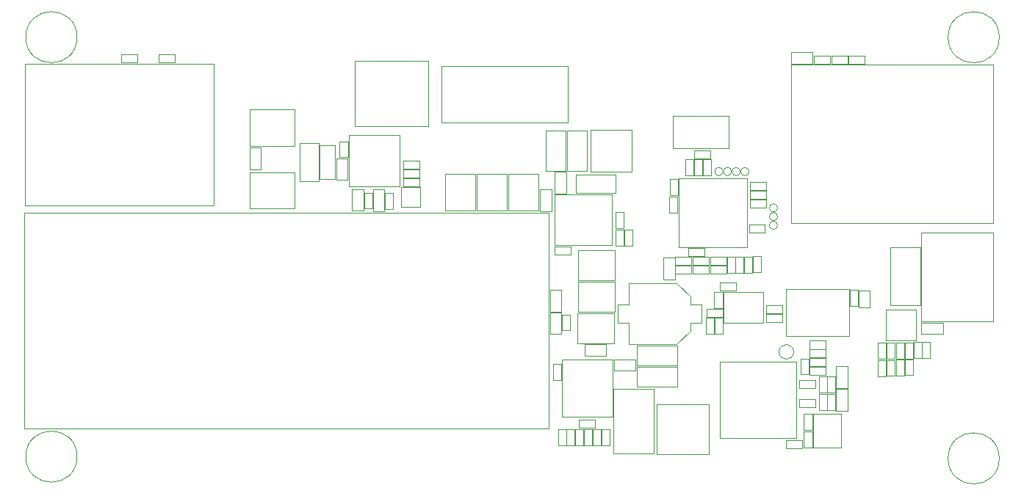
<source format=gbr>
%TF.GenerationSoftware,KiCad,Pcbnew,7.0.11+dfsg-1build4*%
%TF.CreationDate,2024-07-19T16:51:39+02:00*%
%TF.ProjectId,antmicro-poe-to-usbc-pd-adapter,616e746d-6963-4726-9f2d-706f652d746f,rev?*%
%TF.SameCoordinates,Original*%
%TF.FileFunction,Other,User*%
%FSLAX46Y46*%
G04 Gerber Fmt 4.6, Leading zero omitted, Abs format (unit mm)*
G04 Created by KiCad (PCBNEW 7.0.11+dfsg-1build4) date 2024-07-19 16:51:39 commit  9a9195e *
%MOMM*%
%LPD*%
G01*
G04 APERTURE LIST*
%ADD10C,0.050000*%
G04 APERTURE END LIST*
D10*
%TO.C,R42*%
X208901000Y-160684000D02*
X207051000Y-160684000D01*
X207051000Y-160684000D02*
X207051000Y-159744000D01*
X207051000Y-159744000D02*
X208901000Y-159744000D01*
X208901000Y-159744000D02*
X208901000Y-160684000D01*
%TO.C,REF\u002A\u002A*%
X240750000Y-177000000D02*
G75*
G03*
X234850000Y-177000000I-2950000J0D01*
G01*
X234850000Y-177000000D02*
G75*
G03*
X240750000Y-177000000I2950000J0D01*
G01*
%TO.C,U2*%
X196225000Y-165600000D02*
X190385000Y-165600000D01*
X190385000Y-165600000D02*
X190385000Y-172170000D01*
X190385000Y-172170000D02*
X196225000Y-172170000D01*
X196225000Y-172170000D02*
X196225000Y-165600000D01*
%TO.C,C35*%
X143875000Y-130330000D02*
X145725000Y-130330000D01*
X145725000Y-130330000D02*
X145725000Y-131270000D01*
X145725000Y-131270000D02*
X143875000Y-131270000D01*
X143875000Y-131270000D02*
X143875000Y-130330000D01*
%TO.C,R15*%
X191880000Y-175495000D02*
X192820000Y-175495000D01*
X192820000Y-175495000D02*
X192820000Y-173645000D01*
X192820000Y-173645000D02*
X191880000Y-173645000D01*
X191880000Y-173645000D02*
X191880000Y-175495000D01*
%TO.C,U6*%
X203801000Y-152597000D02*
X211701000Y-152597000D01*
X211701000Y-152597000D02*
X211701000Y-144697000D01*
X211701000Y-144697000D02*
X203801000Y-144697000D01*
X203801000Y-144697000D02*
X203801000Y-152597000D01*
%TO.C,C30*%
X220882000Y-169595000D02*
X219942000Y-169595000D01*
X219942000Y-169595000D02*
X219942000Y-171445000D01*
X219942000Y-171445000D02*
X220882000Y-171445000D01*
X220882000Y-171445000D02*
X220882000Y-169595000D01*
%TO.C,C18*%
X183991667Y-144210000D02*
X180491667Y-144210000D01*
X180491667Y-144210000D02*
X180491667Y-148410000D01*
X180491667Y-148410000D02*
X183991667Y-148410000D01*
X183991667Y-148410000D02*
X183991667Y-144210000D01*
%TO.C,C2*%
X190330000Y-162245000D02*
X191270000Y-162245000D01*
X191270000Y-162245000D02*
X191270000Y-160395000D01*
X191270000Y-160395000D02*
X190330000Y-160395000D01*
X190330000Y-160395000D02*
X190330000Y-162245000D01*
%TO.C,R50*%
X204580000Y-144344000D02*
X205520000Y-144344000D01*
X205520000Y-144344000D02*
X205520000Y-142494000D01*
X205520000Y-142494000D02*
X204580000Y-142494000D01*
X204580000Y-142494000D02*
X204580000Y-144344000D01*
%TO.C,C32*%
X223518000Y-159403000D02*
X224458000Y-159403000D01*
X224458000Y-159403000D02*
X224458000Y-157553000D01*
X224458000Y-157553000D02*
X223518000Y-157553000D01*
X223518000Y-157553000D02*
X223518000Y-159403000D01*
%TO.C,C19*%
X180358334Y-144210000D02*
X176858334Y-144210000D01*
X176858334Y-144210000D02*
X176858334Y-148410000D01*
X176858334Y-148410000D02*
X180358334Y-148410000D01*
X180358334Y-148410000D02*
X180358334Y-144210000D01*
%TO.C,R19*%
X219550000Y-171071000D02*
X217700000Y-171071000D01*
X217700000Y-171071000D02*
X217700000Y-170131000D01*
X217700000Y-170131000D02*
X219550000Y-170131000D01*
X219550000Y-170131000D02*
X219550000Y-171071000D01*
%TO.C,U5*%
X208562000Y-165850000D02*
X217362000Y-165850000D01*
X217362000Y-165850000D02*
X217362000Y-174650000D01*
X217362000Y-174650000D02*
X208562000Y-174650000D01*
X208562000Y-174650000D02*
X208562000Y-165850000D01*
%TO.C,TP8*%
X211899000Y-143899000D02*
G75*
G03*
X210949000Y-143899000I-475000J0D01*
G01*
X210949000Y-143899000D02*
G75*
G03*
X211899000Y-143899000I475000J0D01*
G01*
%TO.C,TP6*%
X215199000Y-149099000D02*
G75*
G03*
X214249000Y-149099000I-475000J0D01*
G01*
X214249000Y-149099000D02*
G75*
G03*
X215199000Y-149099000I475000J0D01*
G01*
%TO.C,C17*%
X187625000Y-144200000D02*
X184125000Y-144200000D01*
X184125000Y-144200000D02*
X184125000Y-148400000D01*
X184125000Y-148400000D02*
X187625000Y-148400000D01*
X187625000Y-148400000D02*
X187625000Y-144200000D01*
%TO.C,J2*%
X240010000Y-131567000D02*
X216770000Y-131567000D01*
X216770000Y-131567000D02*
X216770000Y-149811000D01*
X216770000Y-149811000D02*
X240010000Y-149811000D01*
X240010000Y-149811000D02*
X240010000Y-131567000D01*
%TO.C,TP3*%
X210899000Y-143899000D02*
G75*
G03*
X209949000Y-143899000I-475000J0D01*
G01*
X209949000Y-143899000D02*
G75*
G03*
X210899000Y-143899000I475000J0D01*
G01*
%TO.C,C36*%
X223245000Y-131470000D02*
X221395000Y-131470000D01*
X221395000Y-131470000D02*
X221395000Y-130530000D01*
X221395000Y-130530000D02*
X223245000Y-130530000D01*
X223245000Y-130530000D02*
X223245000Y-131470000D01*
%TO.C,C34*%
X203419000Y-154749000D02*
X205269000Y-154749000D01*
X205269000Y-154749000D02*
X205269000Y-155689000D01*
X205269000Y-155689000D02*
X203419000Y-155689000D01*
X203419000Y-155689000D02*
X203419000Y-154749000D01*
%TO.C,C21*%
X197445000Y-148575000D02*
X196505000Y-148575000D01*
X196505000Y-148575000D02*
X196505000Y-150425000D01*
X196505000Y-150425000D02*
X197445000Y-150425000D01*
X197445000Y-150425000D02*
X197445000Y-148575000D01*
%TO.C,R58*%
X213749000Y-150969000D02*
X211899000Y-150969000D01*
X211899000Y-150969000D02*
X211899000Y-150029000D01*
X211899000Y-150029000D02*
X213749000Y-150029000D01*
X213749000Y-150029000D02*
X213749000Y-150969000D01*
%TO.C,R55*%
X211999000Y-146129000D02*
X213849000Y-146129000D01*
X213849000Y-146129000D02*
X213849000Y-147069000D01*
X213849000Y-147069000D02*
X211999000Y-147069000D01*
X211999000Y-147069000D02*
X211999000Y-146129000D01*
%TO.C,R24*%
X191325000Y-153470000D02*
X189475000Y-153470000D01*
X189475000Y-153470000D02*
X189475000Y-152530000D01*
X189475000Y-152530000D02*
X191325000Y-152530000D01*
X191325000Y-152530000D02*
X191325000Y-153470000D01*
%TO.C,U1*%
X165750000Y-139690000D02*
X171650000Y-139690000D01*
X171650000Y-139690000D02*
X171650000Y-145590000D01*
X171650000Y-145590000D02*
X165750000Y-145590000D01*
X165750000Y-145590000D02*
X165750000Y-139690000D01*
%TO.C,R48*%
X225245000Y-131470000D02*
X223395000Y-131470000D01*
X223395000Y-131470000D02*
X223395000Y-130530000D01*
X223395000Y-130530000D02*
X225245000Y-130530000D01*
X225245000Y-130530000D02*
X225245000Y-131470000D01*
%TO.C,FB1*%
X234247000Y-162629000D02*
X231747000Y-162629000D01*
X231747000Y-162629000D02*
X231747000Y-161329000D01*
X231747000Y-161329000D02*
X234247000Y-161329000D01*
X234247000Y-161329000D02*
X234247000Y-162629000D01*
%TO.C,R16*%
X192880000Y-175495000D02*
X193820000Y-175495000D01*
X193820000Y-175495000D02*
X193820000Y-173645000D01*
X193820000Y-173645000D02*
X192880000Y-173645000D01*
X192880000Y-173645000D02*
X192880000Y-175495000D01*
%TO.C,C26*%
X207269000Y-155689000D02*
X205419000Y-155689000D01*
X205419000Y-155689000D02*
X205419000Y-154749000D01*
X205419000Y-154749000D02*
X207269000Y-154749000D01*
X207269000Y-154749000D02*
X207269000Y-155689000D01*
%TO.C,C5*%
X196414000Y-156450000D02*
X192214000Y-156450000D01*
X192214000Y-156450000D02*
X192214000Y-152950000D01*
X192214000Y-152950000D02*
X196414000Y-152950000D01*
X196414000Y-152950000D02*
X196414000Y-156450000D01*
%TO.C,R6*%
X169930000Y-148245000D02*
X170870000Y-148245000D01*
X170870000Y-148245000D02*
X170870000Y-146395000D01*
X170870000Y-146395000D02*
X169930000Y-146395000D01*
X169930000Y-146395000D02*
X169930000Y-148245000D01*
%TO.C,R60*%
X213895000Y-160328000D02*
X215745000Y-160328000D01*
X215745000Y-160328000D02*
X215745000Y-161268000D01*
X215745000Y-161268000D02*
X213895000Y-161268000D01*
X213895000Y-161268000D02*
X213895000Y-160328000D01*
%TO.C,R40*%
X229799000Y-165580000D02*
X228859000Y-165580000D01*
X228859000Y-165580000D02*
X228859000Y-167430000D01*
X228859000Y-167430000D02*
X229799000Y-167430000D01*
X229799000Y-167430000D02*
X229799000Y-165580000D01*
%TO.C,C20*%
X189125000Y-145950000D02*
X187825000Y-145950000D01*
X187825000Y-145950000D02*
X187825000Y-148450000D01*
X187825000Y-148450000D02*
X189125000Y-148450000D01*
X189125000Y-148450000D02*
X189125000Y-145950000D01*
%TO.C,R38*%
X229859000Y-165510000D02*
X230799000Y-165510000D01*
X230799000Y-165510000D02*
X230799000Y-163660000D01*
X230799000Y-163660000D02*
X229859000Y-163660000D01*
X229859000Y-163660000D02*
X229859000Y-165510000D01*
%TO.C,C29*%
X216187000Y-174870000D02*
X218037000Y-174870000D01*
X218037000Y-174870000D02*
X218037000Y-175810000D01*
X218037000Y-175810000D02*
X216187000Y-175810000D01*
X216187000Y-175810000D02*
X216187000Y-174870000D01*
%TO.C,REF\u002A\u002A*%
X134450000Y-176800000D02*
G75*
G03*
X128550000Y-176800000I-2950000J0D01*
G01*
X128550000Y-176800000D02*
G75*
G03*
X134450000Y-176800000I2950000J0D01*
G01*
%TO.C,C3*%
X196344000Y-163750000D02*
X192144000Y-163750000D01*
X192144000Y-163750000D02*
X192144000Y-160250000D01*
X192144000Y-160250000D02*
X196344000Y-160250000D01*
X196344000Y-160250000D02*
X196344000Y-163750000D01*
%TO.C,D6*%
X225788000Y-157598000D02*
X224588000Y-157598000D01*
X224588000Y-157598000D02*
X224588000Y-159598000D01*
X224588000Y-159598000D02*
X225788000Y-159598000D01*
X225788000Y-159598000D02*
X225788000Y-157598000D01*
%TO.C,TP2*%
X208899000Y-143899000D02*
G75*
G03*
X207949000Y-143899000I-475000J0D01*
G01*
X207949000Y-143899000D02*
G75*
G03*
X208899000Y-143899000I475000J0D01*
G01*
%TO.C,R9*%
X189330000Y-167925000D02*
X190270000Y-167925000D01*
X190270000Y-167925000D02*
X190270000Y-166075000D01*
X190270000Y-166075000D02*
X189330000Y-166075000D01*
X189330000Y-166075000D02*
X189330000Y-167925000D01*
%TO.C,L2*%
X193608334Y-143900000D02*
X198408334Y-143900000D01*
X198408334Y-143900000D02*
X198408334Y-139100000D01*
X198408334Y-139100000D02*
X193608334Y-139100000D01*
X193608334Y-139100000D02*
X193608334Y-143900000D01*
%TO.C,R46*%
X139575000Y-130330000D02*
X141425000Y-130330000D01*
X141425000Y-130330000D02*
X141425000Y-131270000D01*
X141425000Y-131270000D02*
X139575000Y-131270000D01*
X139575000Y-131270000D02*
X139575000Y-130330000D01*
%TO.C,D1*%
X159550000Y-136730000D02*
X154350000Y-136730000D01*
X154350000Y-136730000D02*
X154350000Y-140930000D01*
X154350000Y-140930000D02*
X159550000Y-140930000D01*
X159550000Y-140930000D02*
X159550000Y-136730000D01*
%TO.C,R2*%
X165670000Y-140415000D02*
X164730000Y-140415000D01*
X164730000Y-140415000D02*
X164730000Y-142265000D01*
X164730000Y-142265000D02*
X165670000Y-142265000D01*
X165670000Y-142265000D02*
X165670000Y-140415000D01*
%TO.C,R28*%
X209269000Y-154669000D02*
X207419000Y-154669000D01*
X207419000Y-154669000D02*
X207419000Y-153729000D01*
X207419000Y-153729000D02*
X209269000Y-153729000D01*
X209269000Y-153729000D02*
X209269000Y-154669000D01*
%TO.C,R37*%
X228859000Y-165510000D02*
X229799000Y-165510000D01*
X229799000Y-165510000D02*
X229799000Y-163660000D01*
X229799000Y-163660000D02*
X228859000Y-163660000D01*
X228859000Y-163660000D02*
X228859000Y-165510000D01*
%TO.C,REF\u002A\u002A*%
X240750000Y-128400000D02*
G75*
G03*
X234850000Y-128400000I-2950000J0D01*
G01*
X234850000Y-128400000D02*
G75*
G03*
X240750000Y-128400000I2950000J0D01*
G01*
%TO.C,C14*%
X220882000Y-167556000D02*
X219942000Y-167556000D01*
X219942000Y-167556000D02*
X219942000Y-169406000D01*
X219942000Y-169406000D02*
X220882000Y-169406000D01*
X220882000Y-169406000D02*
X220882000Y-167556000D01*
%TO.C,C8*%
X198850000Y-166850000D02*
X196350000Y-166850000D01*
X196350000Y-166850000D02*
X196350000Y-165550000D01*
X196350000Y-165550000D02*
X198850000Y-165550000D01*
X198850000Y-165550000D02*
X198850000Y-166850000D01*
%TO.C,C23*%
X190957334Y-143825000D02*
X193257334Y-143825000D01*
X193257334Y-143825000D02*
X193257334Y-139175000D01*
X193257334Y-139175000D02*
X190957334Y-139175000D01*
X190957334Y-139175000D02*
X190957334Y-143825000D01*
%TO.C,R45*%
X213294000Y-153694000D02*
X212354000Y-153694000D01*
X212354000Y-153694000D02*
X212354000Y-155544000D01*
X212354000Y-155544000D02*
X213294000Y-155544000D01*
X213294000Y-155544000D02*
X213294000Y-153694000D01*
%TO.C,C9*%
X198974000Y-163949000D02*
X203624000Y-163949000D01*
X203624000Y-163949000D02*
X203624000Y-166249000D01*
X203624000Y-166249000D02*
X198974000Y-166249000D01*
X198974000Y-166249000D02*
X198974000Y-163949000D01*
%TO.C,D4*%
X200900000Y-168998000D02*
X196300000Y-168998000D01*
X196300000Y-168998000D02*
X196300000Y-176400000D01*
X196300000Y-176400000D02*
X200900000Y-176400000D01*
X200900000Y-176400000D02*
X200900000Y-168998000D01*
%TO.C,REF\u002A\u002A*%
X134450000Y-128400000D02*
G75*
G03*
X128550000Y-128400000I-2950000J0D01*
G01*
X128550000Y-128400000D02*
G75*
G03*
X134450000Y-128400000I2950000J0D01*
G01*
%TO.C,Y1*%
X222511000Y-171834000D02*
X219312000Y-171834000D01*
X219312000Y-171834000D02*
X219312000Y-175747000D01*
X219312000Y-175747000D02*
X222511000Y-175747000D01*
X222511000Y-175747000D02*
X222511000Y-171834000D01*
%TO.C,C15*%
X213849000Y-148069000D02*
X211999000Y-148069000D01*
X211999000Y-148069000D02*
X211999000Y-147129000D01*
X211999000Y-147129000D02*
X213849000Y-147129000D01*
X213849000Y-147129000D02*
X213849000Y-148069000D01*
%TO.C,C13*%
X221882000Y-169575000D02*
X220942000Y-169575000D01*
X220942000Y-169575000D02*
X220942000Y-171425000D01*
X220942000Y-171425000D02*
X221882000Y-171425000D01*
X221882000Y-171425000D02*
X221882000Y-169575000D01*
%TO.C,R47*%
X219395000Y-130530000D02*
X221245000Y-130530000D01*
X221245000Y-130530000D02*
X221245000Y-131470000D01*
X221245000Y-131470000D02*
X219395000Y-131470000D01*
X219395000Y-131470000D02*
X219395000Y-130530000D01*
%TO.C,R11*%
X190250000Y-157550000D02*
X188950000Y-157550000D01*
X188950000Y-157550000D02*
X188950000Y-160050000D01*
X188950000Y-160050000D02*
X190250000Y-160050000D01*
X190250000Y-160050000D02*
X190250000Y-157550000D01*
%TO.C,R3*%
X202054000Y-156349000D02*
X203354000Y-156349000D01*
X203354000Y-156349000D02*
X203354000Y-153849000D01*
X203354000Y-153849000D02*
X202054000Y-153849000D01*
X202054000Y-153849000D02*
X202054000Y-156349000D01*
%TO.C,R1*%
X168550000Y-148470000D02*
X169850000Y-148470000D01*
X169850000Y-148470000D02*
X169850000Y-145970000D01*
X169850000Y-145970000D02*
X168550000Y-145970000D01*
X168550000Y-145970000D02*
X168550000Y-148470000D01*
%TO.C,C25*%
X205419000Y-153749000D02*
X207269000Y-153749000D01*
X207269000Y-153749000D02*
X207269000Y-154689000D01*
X207269000Y-154689000D02*
X205419000Y-154689000D01*
X205419000Y-154689000D02*
X205419000Y-153749000D01*
%TO.C,R21*%
X217855000Y-167326000D02*
X218795000Y-167326000D01*
X218795000Y-167326000D02*
X218795000Y-165476000D01*
X218795000Y-165476000D02*
X217855000Y-165476000D01*
X217855000Y-165476000D02*
X217855000Y-167326000D01*
%TO.C,R31*%
X211354000Y-155564000D02*
X212294000Y-155564000D01*
X212294000Y-155564000D02*
X212294000Y-153714000D01*
X212294000Y-153714000D02*
X211354000Y-153714000D01*
X211354000Y-153714000D02*
X211354000Y-155564000D01*
%TO.C,R26*%
X196530000Y-152445000D02*
X197470000Y-152445000D01*
X197470000Y-152445000D02*
X197470000Y-150595000D01*
X197470000Y-150595000D02*
X196530000Y-150595000D01*
X196530000Y-150595000D02*
X196530000Y-152445000D01*
%TO.C,TP7*%
X215199000Y-148099000D02*
G75*
G03*
X214249000Y-148099000I-475000J0D01*
G01*
X214249000Y-148099000D02*
G75*
G03*
X215199000Y-148099000I475000J0D01*
G01*
%TO.C,R34*%
X227759000Y-165510000D02*
X228699000Y-165510000D01*
X228699000Y-165510000D02*
X228699000Y-163660000D01*
X228699000Y-163660000D02*
X227759000Y-163660000D01*
X227759000Y-163660000D02*
X227759000Y-165510000D01*
%TO.C,R43*%
X207930000Y-162639000D02*
X208870000Y-162639000D01*
X208870000Y-162639000D02*
X208870000Y-160789000D01*
X208870000Y-160789000D02*
X207930000Y-160789000D01*
X207930000Y-160789000D02*
X207930000Y-162639000D01*
%TO.C,R36*%
X228699000Y-165640000D02*
X227759000Y-165640000D01*
X227759000Y-165640000D02*
X227759000Y-167490000D01*
X227759000Y-167490000D02*
X228699000Y-167490000D01*
X228699000Y-167490000D02*
X228699000Y-165640000D01*
%TO.C,C33*%
X205269000Y-154689000D02*
X203419000Y-154689000D01*
X203419000Y-154689000D02*
X203419000Y-153749000D01*
X203419000Y-153749000D02*
X205269000Y-153749000D01*
X205269000Y-153749000D02*
X205269000Y-154689000D01*
%TO.C,R25*%
X198470000Y-150595000D02*
X197530000Y-150595000D01*
X197530000Y-150595000D02*
X197530000Y-152445000D01*
X197530000Y-152445000D02*
X198470000Y-152445000D01*
X198470000Y-152445000D02*
X198470000Y-150595000D01*
%TO.C,R44*%
X205580000Y-144344000D02*
X206520000Y-144344000D01*
X206520000Y-144344000D02*
X206520000Y-142494000D01*
X206520000Y-142494000D02*
X205580000Y-142494000D01*
X205580000Y-142494000D02*
X205580000Y-144344000D01*
%TO.C,SW1*%
X209552000Y-141249000D02*
X203150000Y-141249000D01*
X203150000Y-141249000D02*
X203150000Y-137450000D01*
X203150000Y-137450000D02*
X209552000Y-137450000D01*
X209552000Y-137450000D02*
X209552000Y-141249000D01*
%TO.C,R10*%
X172095000Y-143678000D02*
X173945000Y-143678000D01*
X173945000Y-143678000D02*
X173945000Y-144618000D01*
X173945000Y-144618000D02*
X172095000Y-144618000D01*
X172095000Y-144618000D02*
X172095000Y-143678000D01*
%TO.C,C11*%
X221882000Y-167536000D02*
X220942000Y-167536000D01*
X220942000Y-167536000D02*
X220942000Y-169386000D01*
X220942000Y-169386000D02*
X221882000Y-169386000D01*
X221882000Y-169386000D02*
X221882000Y-167536000D01*
%TO.C,R64*%
X166150000Y-148410000D02*
X167450000Y-148410000D01*
X167450000Y-148410000D02*
X167450000Y-145910000D01*
X167450000Y-145910000D02*
X166150000Y-145910000D01*
X166150000Y-145910000D02*
X166150000Y-148410000D01*
%TO.C,C10*%
X198974000Y-166449000D02*
X203624000Y-166449000D01*
X203624000Y-166449000D02*
X203624000Y-168749000D01*
X203624000Y-168749000D02*
X198974000Y-168749000D01*
X198974000Y-168749000D02*
X198974000Y-166449000D01*
%TO.C,C39*%
X206390000Y-159250000D02*
X206390000Y-161350000D01*
X206390000Y-159250000D02*
X205150000Y-159250000D01*
X205150000Y-162275000D02*
X205150000Y-161350000D01*
X205150000Y-162275000D02*
X203575000Y-163850000D01*
X205150000Y-161350000D02*
X206390000Y-161350000D01*
X205150000Y-158325000D02*
X205150000Y-159250000D01*
X203575000Y-163850000D02*
X198050000Y-163850000D01*
X203575000Y-156750000D02*
X205150000Y-158325000D01*
X203575000Y-156750000D02*
X198050000Y-156750000D01*
X198050000Y-163850000D02*
X198050000Y-161350000D01*
X198050000Y-161350000D02*
X196810000Y-161350000D01*
X198050000Y-159250000D02*
X198050000Y-156750000D01*
X196810000Y-161350000D02*
X196810000Y-159250000D01*
X196810000Y-159250000D02*
X198050000Y-159250000D01*
%TO.C,Q1*%
X174020000Y-148008000D02*
X174020000Y-145698000D01*
X174020000Y-148008000D02*
X171800000Y-148008000D01*
X174020000Y-145698000D02*
X171800000Y-145698000D01*
X171800000Y-148008000D02*
X171800000Y-145698000D01*
%TO.C,D5*%
X196483334Y-146350000D02*
X191933334Y-146350000D01*
X191933334Y-146350000D02*
X191933334Y-144250000D01*
X191933334Y-144250000D02*
X196483334Y-144250000D01*
X196483334Y-144250000D02*
X196483334Y-146350000D01*
%TO.C,J1*%
X150234000Y-131503000D02*
X128435000Y-131503000D01*
X128435000Y-131503000D02*
X128435000Y-147803000D01*
X128435000Y-147803000D02*
X150234000Y-147803000D01*
X150234000Y-147803000D02*
X150234000Y-131503000D01*
%TO.C,C1*%
X162400000Y-140850000D02*
X164200000Y-140850000D01*
X164200000Y-140850000D02*
X164200000Y-144750000D01*
X164200000Y-144750000D02*
X162400000Y-144750000D01*
X162400000Y-144750000D02*
X162400000Y-140850000D01*
%TO.C,R59*%
X205625000Y-141429000D02*
X207475000Y-141429000D01*
X207475000Y-141429000D02*
X207475000Y-142369000D01*
X207475000Y-142369000D02*
X205625000Y-142369000D01*
X205625000Y-142369000D02*
X205625000Y-141429000D01*
%TO.C,D3*%
X160100000Y-140600000D02*
X162300000Y-140600000D01*
X162300000Y-145010000D02*
X162300000Y-140600000D01*
X162300000Y-145010000D02*
X160100000Y-145010000D01*
X160100000Y-145010000D02*
X160100000Y-140600000D01*
%TO.C,C4*%
X196414000Y-160100000D02*
X192214000Y-160100000D01*
X192214000Y-160100000D02*
X192214000Y-156600000D01*
X192214000Y-156600000D02*
X196414000Y-156600000D01*
X196414000Y-156600000D02*
X196414000Y-160100000D01*
%TO.C,U7*%
X189525000Y-146575000D02*
X196095000Y-146575000D01*
X196095000Y-146575000D02*
X196095000Y-152415000D01*
X196095000Y-152415000D02*
X189525000Y-152415000D01*
X189525000Y-152415000D02*
X189525000Y-146575000D01*
%TO.C,C31*%
X218242000Y-175725000D02*
X219182000Y-175725000D01*
X219182000Y-175725000D02*
X219182000Y-173875000D01*
X219182000Y-173875000D02*
X218242000Y-173875000D01*
X218242000Y-173875000D02*
X218242000Y-175725000D01*
%TO.C,R20*%
X219550000Y-168910000D02*
X217700000Y-168910000D01*
X217700000Y-168910000D02*
X217700000Y-167970000D01*
X217700000Y-167970000D02*
X219550000Y-167970000D01*
X219550000Y-167970000D02*
X219550000Y-168910000D01*
%TO.C,R49*%
X164350000Y-144890000D02*
X165650000Y-144890000D01*
X165650000Y-144890000D02*
X165650000Y-142390000D01*
X165650000Y-142390000D02*
X164350000Y-142390000D01*
X164350000Y-142390000D02*
X164350000Y-144890000D01*
%TO.C,C28*%
X209354000Y-155564000D02*
X210294000Y-155564000D01*
X210294000Y-155564000D02*
X210294000Y-153714000D01*
X210294000Y-153714000D02*
X209354000Y-153714000D01*
X209354000Y-153714000D02*
X209354000Y-155564000D01*
%TO.C,R14*%
X190880000Y-175495000D02*
X191820000Y-175495000D01*
X191820000Y-175495000D02*
X191820000Y-173645000D01*
X191820000Y-173645000D02*
X190880000Y-173645000D01*
X190880000Y-173645000D02*
X190880000Y-175495000D01*
%TO.C,C40*%
X208846000Y-157789000D02*
X207906000Y-157789000D01*
X207906000Y-157789000D02*
X207906000Y-159639000D01*
X207906000Y-159639000D02*
X208846000Y-159639000D01*
X208846000Y-159639000D02*
X208846000Y-157789000D01*
%TO.C,C37*%
X154350000Y-143650000D02*
X155650000Y-143650000D01*
X155650000Y-143650000D02*
X155650000Y-141150000D01*
X155650000Y-141150000D02*
X154350000Y-141150000D01*
X154350000Y-141150000D02*
X154350000Y-143650000D01*
%TO.C,R35*%
X226759000Y-167530000D02*
X227699000Y-167530000D01*
X227699000Y-167530000D02*
X227699000Y-165680000D01*
X227699000Y-165680000D02*
X226759000Y-165680000D01*
X226759000Y-165680000D02*
X226759000Y-167530000D01*
%TO.C,R63*%
X203694000Y-144774000D02*
X202754000Y-144774000D01*
X202754000Y-144774000D02*
X202754000Y-146624000D01*
X202754000Y-146624000D02*
X203694000Y-146624000D01*
X203694000Y-146624000D02*
X203694000Y-144774000D01*
%TO.C,R30*%
X210354000Y-155564000D02*
X211294000Y-155564000D01*
X211294000Y-155564000D02*
X211294000Y-153714000D01*
X211294000Y-153714000D02*
X210354000Y-153714000D01*
X210354000Y-153714000D02*
X210354000Y-155564000D01*
%TO.C,R51*%
X231859000Y-165410000D02*
X232799000Y-165410000D01*
X232799000Y-165410000D02*
X232799000Y-163560000D01*
X232799000Y-163560000D02*
X231859000Y-163560000D01*
X231859000Y-163560000D02*
X231859000Y-165410000D01*
%TO.C,U8*%
X213576000Y-161394000D02*
X208976000Y-161394000D01*
X208976000Y-161394000D02*
X208976000Y-157794000D01*
X208976000Y-157794000D02*
X213576000Y-157794000D01*
X213576000Y-157794000D02*
X213576000Y-161394000D01*
%TO.C,R17*%
X193880000Y-175495000D02*
X194820000Y-175495000D01*
X194820000Y-175495000D02*
X194820000Y-173645000D01*
X194820000Y-173645000D02*
X193880000Y-173645000D01*
X193880000Y-173645000D02*
X193880000Y-175495000D01*
%TO.C,R33*%
X226759000Y-165510000D02*
X227699000Y-165510000D01*
X227699000Y-165510000D02*
X227699000Y-163660000D01*
X227699000Y-163660000D02*
X226759000Y-163660000D01*
X226759000Y-163660000D02*
X226759000Y-165510000D01*
%TO.C,R61*%
X213895000Y-159328000D02*
X215745000Y-159328000D01*
X215745000Y-159328000D02*
X215745000Y-160268000D01*
X215745000Y-160268000D02*
X213895000Y-160268000D01*
X213895000Y-160268000D02*
X213895000Y-159328000D01*
%TO.C,C24*%
X188457334Y-143825000D02*
X190757334Y-143825000D01*
X190757334Y-143825000D02*
X190757334Y-139175000D01*
X190757334Y-139175000D02*
X188457334Y-139175000D01*
X188457334Y-139175000D02*
X188457334Y-143825000D01*
%TO.C,U3*%
X227679000Y-163365000D02*
X231179000Y-163365000D01*
X231179000Y-163365000D02*
X231179000Y-159865000D01*
X231179000Y-159865000D02*
X227679000Y-159865000D01*
X227679000Y-159865000D02*
X227679000Y-163365000D01*
%TO.C,R8*%
X173925000Y-145618000D02*
X172075000Y-145618000D01*
X172075000Y-145618000D02*
X172075000Y-144678000D01*
X172075000Y-144678000D02*
X173925000Y-144678000D01*
X173925000Y-144678000D02*
X173925000Y-145618000D01*
%TO.C,J3*%
X231745000Y-161179000D02*
X240045000Y-161179000D01*
X240045000Y-161179000D02*
X240045000Y-150979000D01*
X240045000Y-150979000D02*
X231745000Y-150979000D01*
X231745000Y-150979000D02*
X231745000Y-161179000D01*
%TO.C,REF\u002A\u002A*%
X166430000Y-131160000D02*
X174970000Y-131160000D01*
X174970000Y-131160000D02*
X174970000Y-138680000D01*
X174970000Y-138680000D02*
X166430000Y-138680000D01*
X166430000Y-138680000D02*
X166430000Y-131160000D01*
X176438000Y-131708000D02*
X191042000Y-131708000D01*
X191042000Y-131708000D02*
X191042000Y-138252000D01*
X191042000Y-138252000D02*
X176438000Y-138252000D01*
X176438000Y-138252000D02*
X176438000Y-131708000D01*
%TO.C,R52*%
X231650000Y-152660000D02*
X228150000Y-152660000D01*
X228150000Y-152660000D02*
X228150000Y-159340000D01*
X228150000Y-159340000D02*
X231650000Y-159340000D01*
X231650000Y-159340000D02*
X231650000Y-152660000D01*
%TO.C,R13*%
X190820000Y-173645000D02*
X189880000Y-173645000D01*
X189880000Y-173645000D02*
X189880000Y-175495000D01*
X189880000Y-175495000D02*
X190820000Y-175495000D01*
X190820000Y-175495000D02*
X190820000Y-173645000D01*
%TO.C,L1*%
X201300000Y-176525000D02*
X207300000Y-176525000D01*
X207300000Y-176525000D02*
X207300000Y-170725000D01*
X207300000Y-170725000D02*
X201300000Y-170725000D01*
X201300000Y-170725000D02*
X201300000Y-176525000D01*
%TO.C,C16*%
X204919000Y-152729000D02*
X206769000Y-152729000D01*
X206769000Y-152729000D02*
X206769000Y-153669000D01*
X206769000Y-153669000D02*
X204919000Y-153669000D01*
X204919000Y-153669000D02*
X204919000Y-152729000D01*
%TO.C,R23*%
X218880000Y-163431000D02*
X220730000Y-163431000D01*
X220730000Y-163431000D02*
X220730000Y-164371000D01*
X220730000Y-164371000D02*
X218880000Y-164371000D01*
X218880000Y-164371000D02*
X218880000Y-163431000D01*
%TO.C,R41*%
X230859000Y-165430000D02*
X231799000Y-165430000D01*
X231799000Y-165430000D02*
X231799000Y-163580000D01*
X231799000Y-163580000D02*
X230859000Y-163580000D01*
X230859000Y-163580000D02*
X230859000Y-165430000D01*
%TO.C,R54*%
X218880000Y-164431000D02*
X220730000Y-164431000D01*
X220730000Y-164431000D02*
X220730000Y-165371000D01*
X220730000Y-165371000D02*
X218880000Y-165371000D01*
X218880000Y-165371000D02*
X218880000Y-164431000D01*
%TO.C,TP4*%
X209899000Y-143899000D02*
G75*
G03*
X208949000Y-143899000I-475000J0D01*
G01*
X208949000Y-143899000D02*
G75*
G03*
X209899000Y-143899000I475000J0D01*
G01*
%TO.C,R39*%
X229859000Y-167410000D02*
X230799000Y-167410000D01*
X230799000Y-167410000D02*
X230799000Y-165560000D01*
X230799000Y-165560000D02*
X229859000Y-165560000D01*
X229859000Y-165560000D02*
X229859000Y-167410000D01*
%TO.C,U9*%
X216163000Y-157498000D02*
X223413000Y-157498000D01*
X223413000Y-157498000D02*
X223413000Y-162898000D01*
X223413000Y-162898000D02*
X216163000Y-162898000D01*
X216163000Y-162898000D02*
X216163000Y-157498000D01*
%TO.C,C12*%
X219182000Y-171895000D02*
X218242000Y-171895000D01*
X218242000Y-171895000D02*
X218242000Y-173745000D01*
X218242000Y-173745000D02*
X219182000Y-173745000D01*
X219182000Y-173745000D02*
X219182000Y-171895000D01*
%TO.C,R53*%
X218880000Y-165431000D02*
X220730000Y-165431000D01*
X220730000Y-165431000D02*
X220730000Y-166371000D01*
X220730000Y-166371000D02*
X218880000Y-166371000D01*
X218880000Y-166371000D02*
X218880000Y-165431000D01*
%TO.C,R5*%
X167530000Y-148185000D02*
X168470000Y-148185000D01*
X168470000Y-148185000D02*
X168470000Y-146335000D01*
X168470000Y-146335000D02*
X167530000Y-146335000D01*
X167530000Y-146335000D02*
X167530000Y-148185000D01*
%TO.C,C38*%
X219250000Y-131450000D02*
X216750000Y-131450000D01*
X216750000Y-131450000D02*
X216750000Y-130150000D01*
X216750000Y-130150000D02*
X219250000Y-130150000D01*
X219250000Y-130150000D02*
X219250000Y-131450000D01*
%TO.C,R22*%
X218900000Y-166431000D02*
X220750000Y-166431000D01*
X220750000Y-166431000D02*
X220750000Y-167371000D01*
X220750000Y-167371000D02*
X218900000Y-167371000D01*
X218900000Y-167371000D02*
X218900000Y-166431000D01*
%TO.C,R62*%
X207870000Y-160789000D02*
X206930000Y-160789000D01*
X206930000Y-160789000D02*
X206930000Y-162639000D01*
X206930000Y-162639000D02*
X207870000Y-162639000D01*
X207870000Y-162639000D02*
X207870000Y-160789000D01*
%TO.C,R4*%
X172095000Y-142630000D02*
X173945000Y-142630000D01*
X173945000Y-142630000D02*
X173945000Y-143570000D01*
X173945000Y-143570000D02*
X172095000Y-143570000D01*
X172095000Y-143570000D02*
X172095000Y-142630000D01*
%TO.C,R18*%
X195820000Y-173625000D02*
X194880000Y-173625000D01*
X194880000Y-173625000D02*
X194880000Y-175475000D01*
X194880000Y-175475000D02*
X195820000Y-175475000D01*
X195820000Y-175475000D02*
X195820000Y-173625000D01*
%TO.C,C22*%
X190825000Y-143950000D02*
X189525000Y-143950000D01*
X189525000Y-143950000D02*
X189525000Y-146450000D01*
X189525000Y-146450000D02*
X190825000Y-146450000D01*
X190825000Y-146450000D02*
X190825000Y-143950000D01*
%TO.C,FB3*%
X223262000Y-168990000D02*
X221962000Y-168990000D01*
X221962000Y-168990000D02*
X221962000Y-171490000D01*
X221962000Y-171490000D02*
X223262000Y-171490000D01*
X223262000Y-171490000D02*
X223262000Y-168990000D01*
%TO.C,R57*%
X208551000Y-156724000D02*
X210401000Y-156724000D01*
X210401000Y-156724000D02*
X210401000Y-157664000D01*
X210401000Y-157664000D02*
X208551000Y-157664000D01*
X208551000Y-157664000D02*
X208551000Y-156724000D01*
%TO.C,D2*%
X159550000Y-143970000D02*
X154350000Y-143970000D01*
X154350000Y-143970000D02*
X154350000Y-148170000D01*
X154350000Y-148170000D02*
X159550000Y-148170000D01*
X159550000Y-148170000D02*
X159550000Y-143970000D01*
%TO.C,R12*%
X188950000Y-162650000D02*
X190250000Y-162650000D01*
X190250000Y-162650000D02*
X190250000Y-160150000D01*
X190250000Y-160150000D02*
X188950000Y-160150000D01*
X188950000Y-160150000D02*
X188950000Y-162650000D01*
%TO.C,R56*%
X211999000Y-145129000D02*
X213849000Y-145129000D01*
X213849000Y-145129000D02*
X213849000Y-146069000D01*
X213849000Y-146069000D02*
X211999000Y-146069000D01*
X211999000Y-146069000D02*
X211999000Y-145129000D01*
%TO.C,FB2*%
X223262000Y-166390000D02*
X221962000Y-166390000D01*
X221962000Y-166390000D02*
X221962000Y-168890000D01*
X221962000Y-168890000D02*
X223262000Y-168890000D01*
X223262000Y-168890000D02*
X223262000Y-166390000D01*
%TO.C,R29*%
X209269000Y-155669000D02*
X207419000Y-155669000D01*
X207419000Y-155669000D02*
X207419000Y-154729000D01*
X207419000Y-154729000D02*
X209269000Y-154729000D01*
X209269000Y-154729000D02*
X209269000Y-155669000D01*
%TO.C,U4*%
X128410000Y-148670000D02*
X188830000Y-148670000D01*
X188830000Y-148670000D02*
X188830000Y-173530000D01*
X188830000Y-173530000D02*
X128410000Y-173530000D01*
X128410000Y-173530000D02*
X128410000Y-148670000D01*
%TO.C,C6*%
X195450000Y-165150000D02*
X192950000Y-165150000D01*
X192950000Y-165150000D02*
X192950000Y-163850000D01*
X192950000Y-163850000D02*
X195450000Y-163850000D01*
X195450000Y-163850000D02*
X195450000Y-165150000D01*
%TO.C,TP1*%
X217062000Y-164713000D02*
G75*
G03*
X215362000Y-164713000I-850000J0D01*
G01*
X215362000Y-164713000D02*
G75*
G03*
X217062000Y-164713000I850000J0D01*
G01*
%TO.C,TP5*%
X215199000Y-150099000D02*
G75*
G03*
X214249000Y-150099000I-475000J0D01*
G01*
X214249000Y-150099000D02*
G75*
G03*
X215199000Y-150099000I475000J0D01*
G01*
%TO.C,C27*%
X207520000Y-142494000D02*
X206580000Y-142494000D01*
X206580000Y-142494000D02*
X206580000Y-144344000D01*
X206580000Y-144344000D02*
X207520000Y-144344000D01*
X207520000Y-144344000D02*
X207520000Y-142494000D01*
%TO.C,R32*%
X202734000Y-148624000D02*
X203674000Y-148624000D01*
X203674000Y-148624000D02*
X203674000Y-146774000D01*
X203674000Y-146774000D02*
X202734000Y-146774000D01*
X202734000Y-146774000D02*
X202734000Y-148624000D01*
%TO.C,C7*%
X194125000Y-173470000D02*
X192275000Y-173470000D01*
X192275000Y-173470000D02*
X192275000Y-172530000D01*
X192275000Y-172530000D02*
X194125000Y-172530000D01*
X194125000Y-172530000D02*
X194125000Y-173470000D01*
%TD*%
M02*

</source>
